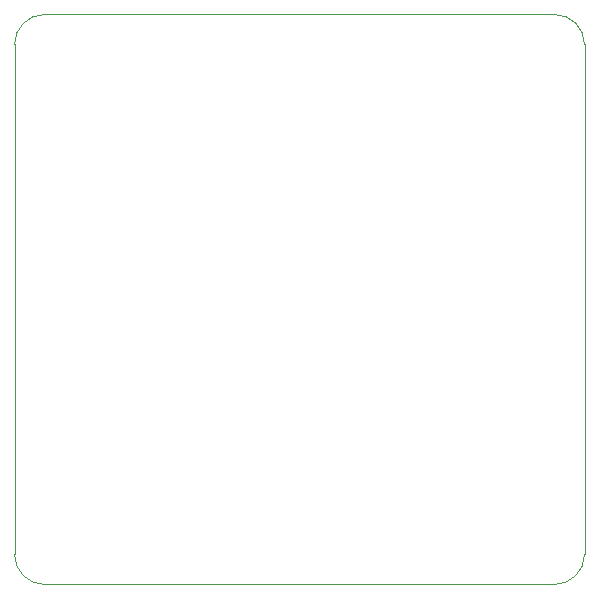
<source format=gbr>
%TF.GenerationSoftware,KiCad,Pcbnew,5.1.10-88a1d61d58~88~ubuntu18.04.1*%
%TF.CreationDate,2021-12-28T00:11:02+01:00*%
%TF.ProjectId,tuchoVen,74756368-6f56-4656-9e2e-6b696361645f,rev?*%
%TF.SameCoordinates,Original*%
%TF.FileFunction,Profile,NP*%
%FSLAX46Y46*%
G04 Gerber Fmt 4.6, Leading zero omitted, Abs format (unit mm)*
G04 Created by KiCad (PCBNEW 5.1.10-88a1d61d58~88~ubuntu18.04.1) date 2021-12-28 00:11:02*
%MOMM*%
%LPD*%
G01*
G04 APERTURE LIST*
%TA.AperFunction,Profile*%
%ADD10C,0.050000*%
%TD*%
G04 APERTURE END LIST*
D10*
X147320000Y-50800000D02*
X104140000Y-50800000D01*
X101600000Y-96520000D02*
X101600000Y-53340000D01*
X147320000Y-99060000D02*
X104140000Y-99060000D01*
X104140000Y-99060000D02*
G75*
G02*
X101600000Y-96520000I0J2540000D01*
G01*
X101600000Y-53340000D02*
G75*
G02*
X104140000Y-50800000I2540000J0D01*
G01*
X149860000Y-96520000D02*
X149860000Y-53340000D01*
X149860000Y-96520000D02*
G75*
G02*
X147320000Y-99060000I-2540000J0D01*
G01*
X147320000Y-50800000D02*
G75*
G02*
X149860000Y-53340000I0J-2540000D01*
G01*
M02*

</source>
